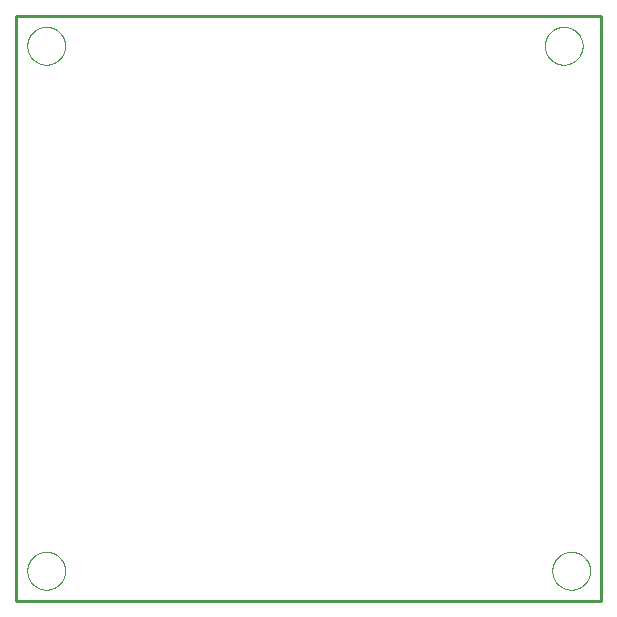
<source format=gbp>
G75*
%MOIN*%
%OFA0B0*%
%FSLAX25Y25*%
%IPPOS*%
%LPD*%
%AMOC8*
5,1,8,0,0,1.08239X$1,22.5*
%
%ADD10C,0.00000*%
%ADD11C,0.01000*%
D10*
X0007100Y0006700D02*
X0200801Y0006700D01*
X0185801Y0016700D02*
X0185803Y0016858D01*
X0185809Y0017016D01*
X0185819Y0017174D01*
X0185833Y0017332D01*
X0185851Y0017489D01*
X0185872Y0017646D01*
X0185898Y0017802D01*
X0185928Y0017958D01*
X0185961Y0018113D01*
X0185999Y0018266D01*
X0186040Y0018419D01*
X0186085Y0018571D01*
X0186134Y0018722D01*
X0186187Y0018871D01*
X0186243Y0019019D01*
X0186303Y0019165D01*
X0186367Y0019310D01*
X0186435Y0019453D01*
X0186506Y0019595D01*
X0186580Y0019735D01*
X0186658Y0019872D01*
X0186740Y0020008D01*
X0186824Y0020142D01*
X0186913Y0020273D01*
X0187004Y0020402D01*
X0187099Y0020529D01*
X0187196Y0020654D01*
X0187297Y0020776D01*
X0187401Y0020895D01*
X0187508Y0021012D01*
X0187618Y0021126D01*
X0187731Y0021237D01*
X0187846Y0021346D01*
X0187964Y0021451D01*
X0188085Y0021553D01*
X0188208Y0021653D01*
X0188334Y0021749D01*
X0188462Y0021842D01*
X0188592Y0021932D01*
X0188725Y0022018D01*
X0188860Y0022102D01*
X0188996Y0022181D01*
X0189135Y0022258D01*
X0189276Y0022330D01*
X0189418Y0022400D01*
X0189562Y0022465D01*
X0189708Y0022527D01*
X0189855Y0022585D01*
X0190004Y0022640D01*
X0190154Y0022691D01*
X0190305Y0022738D01*
X0190457Y0022781D01*
X0190610Y0022820D01*
X0190765Y0022856D01*
X0190920Y0022887D01*
X0191076Y0022915D01*
X0191232Y0022939D01*
X0191389Y0022959D01*
X0191547Y0022975D01*
X0191704Y0022987D01*
X0191863Y0022995D01*
X0192021Y0022999D01*
X0192179Y0022999D01*
X0192337Y0022995D01*
X0192496Y0022987D01*
X0192653Y0022975D01*
X0192811Y0022959D01*
X0192968Y0022939D01*
X0193124Y0022915D01*
X0193280Y0022887D01*
X0193435Y0022856D01*
X0193590Y0022820D01*
X0193743Y0022781D01*
X0193895Y0022738D01*
X0194046Y0022691D01*
X0194196Y0022640D01*
X0194345Y0022585D01*
X0194492Y0022527D01*
X0194638Y0022465D01*
X0194782Y0022400D01*
X0194924Y0022330D01*
X0195065Y0022258D01*
X0195204Y0022181D01*
X0195340Y0022102D01*
X0195475Y0022018D01*
X0195608Y0021932D01*
X0195738Y0021842D01*
X0195866Y0021749D01*
X0195992Y0021653D01*
X0196115Y0021553D01*
X0196236Y0021451D01*
X0196354Y0021346D01*
X0196469Y0021237D01*
X0196582Y0021126D01*
X0196692Y0021012D01*
X0196799Y0020895D01*
X0196903Y0020776D01*
X0197004Y0020654D01*
X0197101Y0020529D01*
X0197196Y0020402D01*
X0197287Y0020273D01*
X0197376Y0020142D01*
X0197460Y0020008D01*
X0197542Y0019872D01*
X0197620Y0019735D01*
X0197694Y0019595D01*
X0197765Y0019453D01*
X0197833Y0019310D01*
X0197897Y0019165D01*
X0197957Y0019019D01*
X0198013Y0018871D01*
X0198066Y0018722D01*
X0198115Y0018571D01*
X0198160Y0018419D01*
X0198201Y0018266D01*
X0198239Y0018113D01*
X0198272Y0017958D01*
X0198302Y0017802D01*
X0198328Y0017646D01*
X0198349Y0017489D01*
X0198367Y0017332D01*
X0198381Y0017174D01*
X0198391Y0017016D01*
X0198397Y0016858D01*
X0198399Y0016700D01*
X0198397Y0016542D01*
X0198391Y0016384D01*
X0198381Y0016226D01*
X0198367Y0016068D01*
X0198349Y0015911D01*
X0198328Y0015754D01*
X0198302Y0015598D01*
X0198272Y0015442D01*
X0198239Y0015287D01*
X0198201Y0015134D01*
X0198160Y0014981D01*
X0198115Y0014829D01*
X0198066Y0014678D01*
X0198013Y0014529D01*
X0197957Y0014381D01*
X0197897Y0014235D01*
X0197833Y0014090D01*
X0197765Y0013947D01*
X0197694Y0013805D01*
X0197620Y0013665D01*
X0197542Y0013528D01*
X0197460Y0013392D01*
X0197376Y0013258D01*
X0197287Y0013127D01*
X0197196Y0012998D01*
X0197101Y0012871D01*
X0197004Y0012746D01*
X0196903Y0012624D01*
X0196799Y0012505D01*
X0196692Y0012388D01*
X0196582Y0012274D01*
X0196469Y0012163D01*
X0196354Y0012054D01*
X0196236Y0011949D01*
X0196115Y0011847D01*
X0195992Y0011747D01*
X0195866Y0011651D01*
X0195738Y0011558D01*
X0195608Y0011468D01*
X0195475Y0011382D01*
X0195340Y0011298D01*
X0195204Y0011219D01*
X0195065Y0011142D01*
X0194924Y0011070D01*
X0194782Y0011000D01*
X0194638Y0010935D01*
X0194492Y0010873D01*
X0194345Y0010815D01*
X0194196Y0010760D01*
X0194046Y0010709D01*
X0193895Y0010662D01*
X0193743Y0010619D01*
X0193590Y0010580D01*
X0193435Y0010544D01*
X0193280Y0010513D01*
X0193124Y0010485D01*
X0192968Y0010461D01*
X0192811Y0010441D01*
X0192653Y0010425D01*
X0192496Y0010413D01*
X0192337Y0010405D01*
X0192179Y0010401D01*
X0192021Y0010401D01*
X0191863Y0010405D01*
X0191704Y0010413D01*
X0191547Y0010425D01*
X0191389Y0010441D01*
X0191232Y0010461D01*
X0191076Y0010485D01*
X0190920Y0010513D01*
X0190765Y0010544D01*
X0190610Y0010580D01*
X0190457Y0010619D01*
X0190305Y0010662D01*
X0190154Y0010709D01*
X0190004Y0010760D01*
X0189855Y0010815D01*
X0189708Y0010873D01*
X0189562Y0010935D01*
X0189418Y0011000D01*
X0189276Y0011070D01*
X0189135Y0011142D01*
X0188996Y0011219D01*
X0188860Y0011298D01*
X0188725Y0011382D01*
X0188592Y0011468D01*
X0188462Y0011558D01*
X0188334Y0011651D01*
X0188208Y0011747D01*
X0188085Y0011847D01*
X0187964Y0011949D01*
X0187846Y0012054D01*
X0187731Y0012163D01*
X0187618Y0012274D01*
X0187508Y0012388D01*
X0187401Y0012505D01*
X0187297Y0012624D01*
X0187196Y0012746D01*
X0187099Y0012871D01*
X0187004Y0012998D01*
X0186913Y0013127D01*
X0186824Y0013258D01*
X0186740Y0013392D01*
X0186658Y0013528D01*
X0186580Y0013665D01*
X0186506Y0013805D01*
X0186435Y0013947D01*
X0186367Y0014090D01*
X0186303Y0014235D01*
X0186243Y0014381D01*
X0186187Y0014529D01*
X0186134Y0014678D01*
X0186085Y0014829D01*
X0186040Y0014981D01*
X0185999Y0015134D01*
X0185961Y0015287D01*
X0185928Y0015442D01*
X0185898Y0015598D01*
X0185872Y0015754D01*
X0185851Y0015911D01*
X0185833Y0016068D01*
X0185819Y0016226D01*
X0185809Y0016384D01*
X0185803Y0016542D01*
X0185801Y0016700D01*
X0010801Y0016700D02*
X0010803Y0016858D01*
X0010809Y0017016D01*
X0010819Y0017174D01*
X0010833Y0017332D01*
X0010851Y0017489D01*
X0010872Y0017646D01*
X0010898Y0017802D01*
X0010928Y0017958D01*
X0010961Y0018113D01*
X0010999Y0018266D01*
X0011040Y0018419D01*
X0011085Y0018571D01*
X0011134Y0018722D01*
X0011187Y0018871D01*
X0011243Y0019019D01*
X0011303Y0019165D01*
X0011367Y0019310D01*
X0011435Y0019453D01*
X0011506Y0019595D01*
X0011580Y0019735D01*
X0011658Y0019872D01*
X0011740Y0020008D01*
X0011824Y0020142D01*
X0011913Y0020273D01*
X0012004Y0020402D01*
X0012099Y0020529D01*
X0012196Y0020654D01*
X0012297Y0020776D01*
X0012401Y0020895D01*
X0012508Y0021012D01*
X0012618Y0021126D01*
X0012731Y0021237D01*
X0012846Y0021346D01*
X0012964Y0021451D01*
X0013085Y0021553D01*
X0013208Y0021653D01*
X0013334Y0021749D01*
X0013462Y0021842D01*
X0013592Y0021932D01*
X0013725Y0022018D01*
X0013860Y0022102D01*
X0013996Y0022181D01*
X0014135Y0022258D01*
X0014276Y0022330D01*
X0014418Y0022400D01*
X0014562Y0022465D01*
X0014708Y0022527D01*
X0014855Y0022585D01*
X0015004Y0022640D01*
X0015154Y0022691D01*
X0015305Y0022738D01*
X0015457Y0022781D01*
X0015610Y0022820D01*
X0015765Y0022856D01*
X0015920Y0022887D01*
X0016076Y0022915D01*
X0016232Y0022939D01*
X0016389Y0022959D01*
X0016547Y0022975D01*
X0016704Y0022987D01*
X0016863Y0022995D01*
X0017021Y0022999D01*
X0017179Y0022999D01*
X0017337Y0022995D01*
X0017496Y0022987D01*
X0017653Y0022975D01*
X0017811Y0022959D01*
X0017968Y0022939D01*
X0018124Y0022915D01*
X0018280Y0022887D01*
X0018435Y0022856D01*
X0018590Y0022820D01*
X0018743Y0022781D01*
X0018895Y0022738D01*
X0019046Y0022691D01*
X0019196Y0022640D01*
X0019345Y0022585D01*
X0019492Y0022527D01*
X0019638Y0022465D01*
X0019782Y0022400D01*
X0019924Y0022330D01*
X0020065Y0022258D01*
X0020204Y0022181D01*
X0020340Y0022102D01*
X0020475Y0022018D01*
X0020608Y0021932D01*
X0020738Y0021842D01*
X0020866Y0021749D01*
X0020992Y0021653D01*
X0021115Y0021553D01*
X0021236Y0021451D01*
X0021354Y0021346D01*
X0021469Y0021237D01*
X0021582Y0021126D01*
X0021692Y0021012D01*
X0021799Y0020895D01*
X0021903Y0020776D01*
X0022004Y0020654D01*
X0022101Y0020529D01*
X0022196Y0020402D01*
X0022287Y0020273D01*
X0022376Y0020142D01*
X0022460Y0020008D01*
X0022542Y0019872D01*
X0022620Y0019735D01*
X0022694Y0019595D01*
X0022765Y0019453D01*
X0022833Y0019310D01*
X0022897Y0019165D01*
X0022957Y0019019D01*
X0023013Y0018871D01*
X0023066Y0018722D01*
X0023115Y0018571D01*
X0023160Y0018419D01*
X0023201Y0018266D01*
X0023239Y0018113D01*
X0023272Y0017958D01*
X0023302Y0017802D01*
X0023328Y0017646D01*
X0023349Y0017489D01*
X0023367Y0017332D01*
X0023381Y0017174D01*
X0023391Y0017016D01*
X0023397Y0016858D01*
X0023399Y0016700D01*
X0023397Y0016542D01*
X0023391Y0016384D01*
X0023381Y0016226D01*
X0023367Y0016068D01*
X0023349Y0015911D01*
X0023328Y0015754D01*
X0023302Y0015598D01*
X0023272Y0015442D01*
X0023239Y0015287D01*
X0023201Y0015134D01*
X0023160Y0014981D01*
X0023115Y0014829D01*
X0023066Y0014678D01*
X0023013Y0014529D01*
X0022957Y0014381D01*
X0022897Y0014235D01*
X0022833Y0014090D01*
X0022765Y0013947D01*
X0022694Y0013805D01*
X0022620Y0013665D01*
X0022542Y0013528D01*
X0022460Y0013392D01*
X0022376Y0013258D01*
X0022287Y0013127D01*
X0022196Y0012998D01*
X0022101Y0012871D01*
X0022004Y0012746D01*
X0021903Y0012624D01*
X0021799Y0012505D01*
X0021692Y0012388D01*
X0021582Y0012274D01*
X0021469Y0012163D01*
X0021354Y0012054D01*
X0021236Y0011949D01*
X0021115Y0011847D01*
X0020992Y0011747D01*
X0020866Y0011651D01*
X0020738Y0011558D01*
X0020608Y0011468D01*
X0020475Y0011382D01*
X0020340Y0011298D01*
X0020204Y0011219D01*
X0020065Y0011142D01*
X0019924Y0011070D01*
X0019782Y0011000D01*
X0019638Y0010935D01*
X0019492Y0010873D01*
X0019345Y0010815D01*
X0019196Y0010760D01*
X0019046Y0010709D01*
X0018895Y0010662D01*
X0018743Y0010619D01*
X0018590Y0010580D01*
X0018435Y0010544D01*
X0018280Y0010513D01*
X0018124Y0010485D01*
X0017968Y0010461D01*
X0017811Y0010441D01*
X0017653Y0010425D01*
X0017496Y0010413D01*
X0017337Y0010405D01*
X0017179Y0010401D01*
X0017021Y0010401D01*
X0016863Y0010405D01*
X0016704Y0010413D01*
X0016547Y0010425D01*
X0016389Y0010441D01*
X0016232Y0010461D01*
X0016076Y0010485D01*
X0015920Y0010513D01*
X0015765Y0010544D01*
X0015610Y0010580D01*
X0015457Y0010619D01*
X0015305Y0010662D01*
X0015154Y0010709D01*
X0015004Y0010760D01*
X0014855Y0010815D01*
X0014708Y0010873D01*
X0014562Y0010935D01*
X0014418Y0011000D01*
X0014276Y0011070D01*
X0014135Y0011142D01*
X0013996Y0011219D01*
X0013860Y0011298D01*
X0013725Y0011382D01*
X0013592Y0011468D01*
X0013462Y0011558D01*
X0013334Y0011651D01*
X0013208Y0011747D01*
X0013085Y0011847D01*
X0012964Y0011949D01*
X0012846Y0012054D01*
X0012731Y0012163D01*
X0012618Y0012274D01*
X0012508Y0012388D01*
X0012401Y0012505D01*
X0012297Y0012624D01*
X0012196Y0012746D01*
X0012099Y0012871D01*
X0012004Y0012998D01*
X0011913Y0013127D01*
X0011824Y0013258D01*
X0011740Y0013392D01*
X0011658Y0013528D01*
X0011580Y0013665D01*
X0011506Y0013805D01*
X0011435Y0013947D01*
X0011367Y0014090D01*
X0011303Y0014235D01*
X0011243Y0014381D01*
X0011187Y0014529D01*
X0011134Y0014678D01*
X0011085Y0014829D01*
X0011040Y0014981D01*
X0010999Y0015134D01*
X0010961Y0015287D01*
X0010928Y0015442D01*
X0010898Y0015598D01*
X0010872Y0015754D01*
X0010851Y0015911D01*
X0010833Y0016068D01*
X0010819Y0016226D01*
X0010809Y0016384D01*
X0010803Y0016542D01*
X0010801Y0016700D01*
X0010801Y0191700D02*
X0010803Y0191858D01*
X0010809Y0192016D01*
X0010819Y0192174D01*
X0010833Y0192332D01*
X0010851Y0192489D01*
X0010872Y0192646D01*
X0010898Y0192802D01*
X0010928Y0192958D01*
X0010961Y0193113D01*
X0010999Y0193266D01*
X0011040Y0193419D01*
X0011085Y0193571D01*
X0011134Y0193722D01*
X0011187Y0193871D01*
X0011243Y0194019D01*
X0011303Y0194165D01*
X0011367Y0194310D01*
X0011435Y0194453D01*
X0011506Y0194595D01*
X0011580Y0194735D01*
X0011658Y0194872D01*
X0011740Y0195008D01*
X0011824Y0195142D01*
X0011913Y0195273D01*
X0012004Y0195402D01*
X0012099Y0195529D01*
X0012196Y0195654D01*
X0012297Y0195776D01*
X0012401Y0195895D01*
X0012508Y0196012D01*
X0012618Y0196126D01*
X0012731Y0196237D01*
X0012846Y0196346D01*
X0012964Y0196451D01*
X0013085Y0196553D01*
X0013208Y0196653D01*
X0013334Y0196749D01*
X0013462Y0196842D01*
X0013592Y0196932D01*
X0013725Y0197018D01*
X0013860Y0197102D01*
X0013996Y0197181D01*
X0014135Y0197258D01*
X0014276Y0197330D01*
X0014418Y0197400D01*
X0014562Y0197465D01*
X0014708Y0197527D01*
X0014855Y0197585D01*
X0015004Y0197640D01*
X0015154Y0197691D01*
X0015305Y0197738D01*
X0015457Y0197781D01*
X0015610Y0197820D01*
X0015765Y0197856D01*
X0015920Y0197887D01*
X0016076Y0197915D01*
X0016232Y0197939D01*
X0016389Y0197959D01*
X0016547Y0197975D01*
X0016704Y0197987D01*
X0016863Y0197995D01*
X0017021Y0197999D01*
X0017179Y0197999D01*
X0017337Y0197995D01*
X0017496Y0197987D01*
X0017653Y0197975D01*
X0017811Y0197959D01*
X0017968Y0197939D01*
X0018124Y0197915D01*
X0018280Y0197887D01*
X0018435Y0197856D01*
X0018590Y0197820D01*
X0018743Y0197781D01*
X0018895Y0197738D01*
X0019046Y0197691D01*
X0019196Y0197640D01*
X0019345Y0197585D01*
X0019492Y0197527D01*
X0019638Y0197465D01*
X0019782Y0197400D01*
X0019924Y0197330D01*
X0020065Y0197258D01*
X0020204Y0197181D01*
X0020340Y0197102D01*
X0020475Y0197018D01*
X0020608Y0196932D01*
X0020738Y0196842D01*
X0020866Y0196749D01*
X0020992Y0196653D01*
X0021115Y0196553D01*
X0021236Y0196451D01*
X0021354Y0196346D01*
X0021469Y0196237D01*
X0021582Y0196126D01*
X0021692Y0196012D01*
X0021799Y0195895D01*
X0021903Y0195776D01*
X0022004Y0195654D01*
X0022101Y0195529D01*
X0022196Y0195402D01*
X0022287Y0195273D01*
X0022376Y0195142D01*
X0022460Y0195008D01*
X0022542Y0194872D01*
X0022620Y0194735D01*
X0022694Y0194595D01*
X0022765Y0194453D01*
X0022833Y0194310D01*
X0022897Y0194165D01*
X0022957Y0194019D01*
X0023013Y0193871D01*
X0023066Y0193722D01*
X0023115Y0193571D01*
X0023160Y0193419D01*
X0023201Y0193266D01*
X0023239Y0193113D01*
X0023272Y0192958D01*
X0023302Y0192802D01*
X0023328Y0192646D01*
X0023349Y0192489D01*
X0023367Y0192332D01*
X0023381Y0192174D01*
X0023391Y0192016D01*
X0023397Y0191858D01*
X0023399Y0191700D01*
X0023397Y0191542D01*
X0023391Y0191384D01*
X0023381Y0191226D01*
X0023367Y0191068D01*
X0023349Y0190911D01*
X0023328Y0190754D01*
X0023302Y0190598D01*
X0023272Y0190442D01*
X0023239Y0190287D01*
X0023201Y0190134D01*
X0023160Y0189981D01*
X0023115Y0189829D01*
X0023066Y0189678D01*
X0023013Y0189529D01*
X0022957Y0189381D01*
X0022897Y0189235D01*
X0022833Y0189090D01*
X0022765Y0188947D01*
X0022694Y0188805D01*
X0022620Y0188665D01*
X0022542Y0188528D01*
X0022460Y0188392D01*
X0022376Y0188258D01*
X0022287Y0188127D01*
X0022196Y0187998D01*
X0022101Y0187871D01*
X0022004Y0187746D01*
X0021903Y0187624D01*
X0021799Y0187505D01*
X0021692Y0187388D01*
X0021582Y0187274D01*
X0021469Y0187163D01*
X0021354Y0187054D01*
X0021236Y0186949D01*
X0021115Y0186847D01*
X0020992Y0186747D01*
X0020866Y0186651D01*
X0020738Y0186558D01*
X0020608Y0186468D01*
X0020475Y0186382D01*
X0020340Y0186298D01*
X0020204Y0186219D01*
X0020065Y0186142D01*
X0019924Y0186070D01*
X0019782Y0186000D01*
X0019638Y0185935D01*
X0019492Y0185873D01*
X0019345Y0185815D01*
X0019196Y0185760D01*
X0019046Y0185709D01*
X0018895Y0185662D01*
X0018743Y0185619D01*
X0018590Y0185580D01*
X0018435Y0185544D01*
X0018280Y0185513D01*
X0018124Y0185485D01*
X0017968Y0185461D01*
X0017811Y0185441D01*
X0017653Y0185425D01*
X0017496Y0185413D01*
X0017337Y0185405D01*
X0017179Y0185401D01*
X0017021Y0185401D01*
X0016863Y0185405D01*
X0016704Y0185413D01*
X0016547Y0185425D01*
X0016389Y0185441D01*
X0016232Y0185461D01*
X0016076Y0185485D01*
X0015920Y0185513D01*
X0015765Y0185544D01*
X0015610Y0185580D01*
X0015457Y0185619D01*
X0015305Y0185662D01*
X0015154Y0185709D01*
X0015004Y0185760D01*
X0014855Y0185815D01*
X0014708Y0185873D01*
X0014562Y0185935D01*
X0014418Y0186000D01*
X0014276Y0186070D01*
X0014135Y0186142D01*
X0013996Y0186219D01*
X0013860Y0186298D01*
X0013725Y0186382D01*
X0013592Y0186468D01*
X0013462Y0186558D01*
X0013334Y0186651D01*
X0013208Y0186747D01*
X0013085Y0186847D01*
X0012964Y0186949D01*
X0012846Y0187054D01*
X0012731Y0187163D01*
X0012618Y0187274D01*
X0012508Y0187388D01*
X0012401Y0187505D01*
X0012297Y0187624D01*
X0012196Y0187746D01*
X0012099Y0187871D01*
X0012004Y0187998D01*
X0011913Y0188127D01*
X0011824Y0188258D01*
X0011740Y0188392D01*
X0011658Y0188528D01*
X0011580Y0188665D01*
X0011506Y0188805D01*
X0011435Y0188947D01*
X0011367Y0189090D01*
X0011303Y0189235D01*
X0011243Y0189381D01*
X0011187Y0189529D01*
X0011134Y0189678D01*
X0011085Y0189829D01*
X0011040Y0189981D01*
X0010999Y0190134D01*
X0010961Y0190287D01*
X0010928Y0190442D01*
X0010898Y0190598D01*
X0010872Y0190754D01*
X0010851Y0190911D01*
X0010833Y0191068D01*
X0010819Y0191226D01*
X0010809Y0191384D01*
X0010803Y0191542D01*
X0010801Y0191700D01*
X0183301Y0191700D02*
X0183303Y0191858D01*
X0183309Y0192016D01*
X0183319Y0192174D01*
X0183333Y0192332D01*
X0183351Y0192489D01*
X0183372Y0192646D01*
X0183398Y0192802D01*
X0183428Y0192958D01*
X0183461Y0193113D01*
X0183499Y0193266D01*
X0183540Y0193419D01*
X0183585Y0193571D01*
X0183634Y0193722D01*
X0183687Y0193871D01*
X0183743Y0194019D01*
X0183803Y0194165D01*
X0183867Y0194310D01*
X0183935Y0194453D01*
X0184006Y0194595D01*
X0184080Y0194735D01*
X0184158Y0194872D01*
X0184240Y0195008D01*
X0184324Y0195142D01*
X0184413Y0195273D01*
X0184504Y0195402D01*
X0184599Y0195529D01*
X0184696Y0195654D01*
X0184797Y0195776D01*
X0184901Y0195895D01*
X0185008Y0196012D01*
X0185118Y0196126D01*
X0185231Y0196237D01*
X0185346Y0196346D01*
X0185464Y0196451D01*
X0185585Y0196553D01*
X0185708Y0196653D01*
X0185834Y0196749D01*
X0185962Y0196842D01*
X0186092Y0196932D01*
X0186225Y0197018D01*
X0186360Y0197102D01*
X0186496Y0197181D01*
X0186635Y0197258D01*
X0186776Y0197330D01*
X0186918Y0197400D01*
X0187062Y0197465D01*
X0187208Y0197527D01*
X0187355Y0197585D01*
X0187504Y0197640D01*
X0187654Y0197691D01*
X0187805Y0197738D01*
X0187957Y0197781D01*
X0188110Y0197820D01*
X0188265Y0197856D01*
X0188420Y0197887D01*
X0188576Y0197915D01*
X0188732Y0197939D01*
X0188889Y0197959D01*
X0189047Y0197975D01*
X0189204Y0197987D01*
X0189363Y0197995D01*
X0189521Y0197999D01*
X0189679Y0197999D01*
X0189837Y0197995D01*
X0189996Y0197987D01*
X0190153Y0197975D01*
X0190311Y0197959D01*
X0190468Y0197939D01*
X0190624Y0197915D01*
X0190780Y0197887D01*
X0190935Y0197856D01*
X0191090Y0197820D01*
X0191243Y0197781D01*
X0191395Y0197738D01*
X0191546Y0197691D01*
X0191696Y0197640D01*
X0191845Y0197585D01*
X0191992Y0197527D01*
X0192138Y0197465D01*
X0192282Y0197400D01*
X0192424Y0197330D01*
X0192565Y0197258D01*
X0192704Y0197181D01*
X0192840Y0197102D01*
X0192975Y0197018D01*
X0193108Y0196932D01*
X0193238Y0196842D01*
X0193366Y0196749D01*
X0193492Y0196653D01*
X0193615Y0196553D01*
X0193736Y0196451D01*
X0193854Y0196346D01*
X0193969Y0196237D01*
X0194082Y0196126D01*
X0194192Y0196012D01*
X0194299Y0195895D01*
X0194403Y0195776D01*
X0194504Y0195654D01*
X0194601Y0195529D01*
X0194696Y0195402D01*
X0194787Y0195273D01*
X0194876Y0195142D01*
X0194960Y0195008D01*
X0195042Y0194872D01*
X0195120Y0194735D01*
X0195194Y0194595D01*
X0195265Y0194453D01*
X0195333Y0194310D01*
X0195397Y0194165D01*
X0195457Y0194019D01*
X0195513Y0193871D01*
X0195566Y0193722D01*
X0195615Y0193571D01*
X0195660Y0193419D01*
X0195701Y0193266D01*
X0195739Y0193113D01*
X0195772Y0192958D01*
X0195802Y0192802D01*
X0195828Y0192646D01*
X0195849Y0192489D01*
X0195867Y0192332D01*
X0195881Y0192174D01*
X0195891Y0192016D01*
X0195897Y0191858D01*
X0195899Y0191700D01*
X0195897Y0191542D01*
X0195891Y0191384D01*
X0195881Y0191226D01*
X0195867Y0191068D01*
X0195849Y0190911D01*
X0195828Y0190754D01*
X0195802Y0190598D01*
X0195772Y0190442D01*
X0195739Y0190287D01*
X0195701Y0190134D01*
X0195660Y0189981D01*
X0195615Y0189829D01*
X0195566Y0189678D01*
X0195513Y0189529D01*
X0195457Y0189381D01*
X0195397Y0189235D01*
X0195333Y0189090D01*
X0195265Y0188947D01*
X0195194Y0188805D01*
X0195120Y0188665D01*
X0195042Y0188528D01*
X0194960Y0188392D01*
X0194876Y0188258D01*
X0194787Y0188127D01*
X0194696Y0187998D01*
X0194601Y0187871D01*
X0194504Y0187746D01*
X0194403Y0187624D01*
X0194299Y0187505D01*
X0194192Y0187388D01*
X0194082Y0187274D01*
X0193969Y0187163D01*
X0193854Y0187054D01*
X0193736Y0186949D01*
X0193615Y0186847D01*
X0193492Y0186747D01*
X0193366Y0186651D01*
X0193238Y0186558D01*
X0193108Y0186468D01*
X0192975Y0186382D01*
X0192840Y0186298D01*
X0192704Y0186219D01*
X0192565Y0186142D01*
X0192424Y0186070D01*
X0192282Y0186000D01*
X0192138Y0185935D01*
X0191992Y0185873D01*
X0191845Y0185815D01*
X0191696Y0185760D01*
X0191546Y0185709D01*
X0191395Y0185662D01*
X0191243Y0185619D01*
X0191090Y0185580D01*
X0190935Y0185544D01*
X0190780Y0185513D01*
X0190624Y0185485D01*
X0190468Y0185461D01*
X0190311Y0185441D01*
X0190153Y0185425D01*
X0189996Y0185413D01*
X0189837Y0185405D01*
X0189679Y0185401D01*
X0189521Y0185401D01*
X0189363Y0185405D01*
X0189204Y0185413D01*
X0189047Y0185425D01*
X0188889Y0185441D01*
X0188732Y0185461D01*
X0188576Y0185485D01*
X0188420Y0185513D01*
X0188265Y0185544D01*
X0188110Y0185580D01*
X0187957Y0185619D01*
X0187805Y0185662D01*
X0187654Y0185709D01*
X0187504Y0185760D01*
X0187355Y0185815D01*
X0187208Y0185873D01*
X0187062Y0185935D01*
X0186918Y0186000D01*
X0186776Y0186070D01*
X0186635Y0186142D01*
X0186496Y0186219D01*
X0186360Y0186298D01*
X0186225Y0186382D01*
X0186092Y0186468D01*
X0185962Y0186558D01*
X0185834Y0186651D01*
X0185708Y0186747D01*
X0185585Y0186847D01*
X0185464Y0186949D01*
X0185346Y0187054D01*
X0185231Y0187163D01*
X0185118Y0187274D01*
X0185008Y0187388D01*
X0184901Y0187505D01*
X0184797Y0187624D01*
X0184696Y0187746D01*
X0184599Y0187871D01*
X0184504Y0187998D01*
X0184413Y0188127D01*
X0184324Y0188258D01*
X0184240Y0188392D01*
X0184158Y0188528D01*
X0184080Y0188665D01*
X0184006Y0188805D01*
X0183935Y0188947D01*
X0183867Y0189090D01*
X0183803Y0189235D01*
X0183743Y0189381D01*
X0183687Y0189529D01*
X0183634Y0189678D01*
X0183585Y0189829D01*
X0183540Y0189981D01*
X0183499Y0190134D01*
X0183461Y0190287D01*
X0183428Y0190442D01*
X0183398Y0190598D01*
X0183372Y0190754D01*
X0183351Y0190911D01*
X0183333Y0191068D01*
X0183319Y0191226D01*
X0183309Y0191384D01*
X0183303Y0191542D01*
X0183301Y0191700D01*
D11*
X0007100Y0201700D02*
X0007100Y0006700D01*
X0202100Y0006700D01*
X0202100Y0201700D01*
X0007100Y0201700D01*
M02*

</source>
